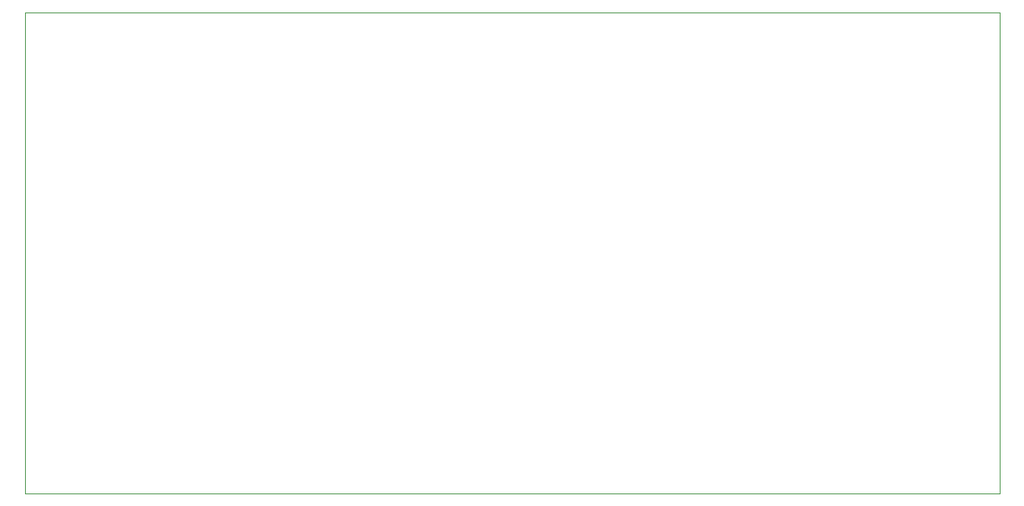
<source format=gbr>
G04 #@! TF.FileFunction,Profile,NP*
%FSLAX46Y46*%
G04 Gerber Fmt 4.6, Leading zero omitted, Abs format (unit mm)*
G04 Created by KiCad (PCBNEW 4.0.5) date 05/17/17 17:13:19*
%MOMM*%
%LPD*%
G01*
G04 APERTURE LIST*
%ADD10C,0.100000*%
G04 APERTURE END LIST*
D10*
X0Y50800000D02*
X0Y52070000D01*
X0Y0D02*
X0Y50800000D01*
X105410000Y0D02*
X0Y0D01*
X105410000Y52070000D02*
X105410000Y0D01*
X0Y52070000D02*
X105410000Y52070000D01*
M02*

</source>
